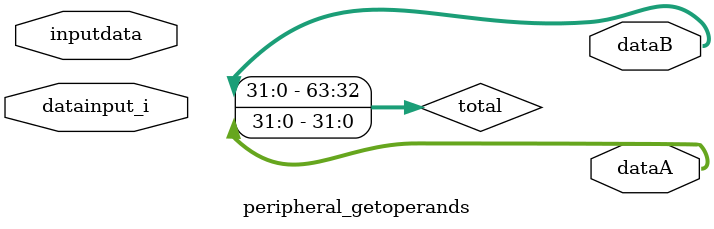
<source format=sv>

module peripheral_getoperands (inputdata, datainput_i, dataA, dataB);
	input logic [7:0] inputdata;
	input logic [3:0] datainput_i;
	output logic [31:0] dataA, dataB;

	// Internal signals and processes to store data into proper registers
	logic [63:0] total;
	assign total[datainput_i*8 +: 8] = inputdata;
	assign dataA = total[31:0];
	assign dataB = total[63:32];
	
	
endmodule			
</source>
